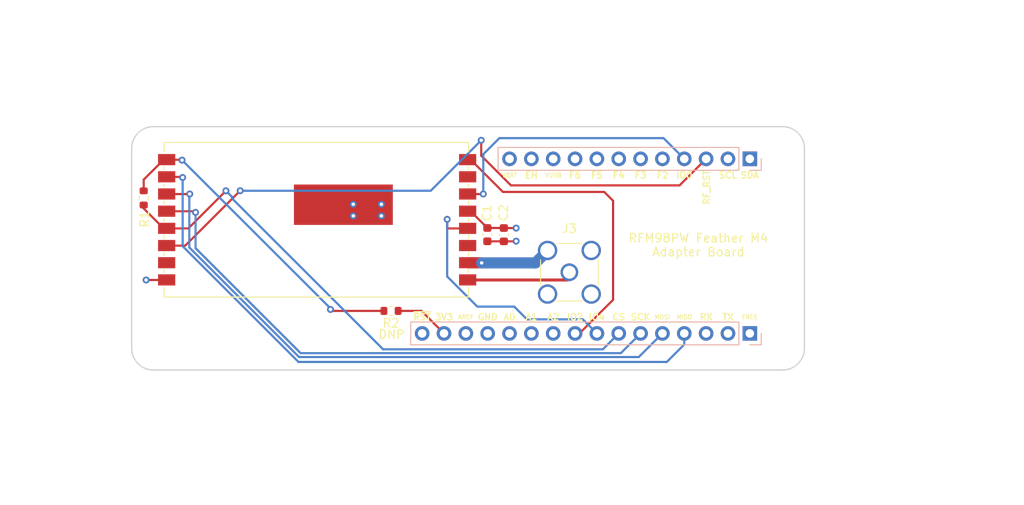
<source format=kicad_pcb>
(kicad_pcb (version 20240108) (generator "pcbnew") (generator_version "8.0")
  (layers (0 "F.Cu" signal) (1 "In1.Cu" signal) (2 "In2.Cu" signal) (31 "B.Cu" signal) (34 "B.Paste" user) (35 "F.Paste" user) (36 "B.SilkS" user "B.Silkscreen") (37 "F.SilkS" user "F.Silkscreen") (38 "B.Mask" user) (39 "F.Mask" user) (44 "Edge.Cuts" user))
  (net 0 "")
  (net 1 "/FREE")
  (net 2 "/TX")
  (net 3 "/RX")
  (net 4 "/MISO")
  (net 5 "/MOSI")
  (net 6 "/SCK")
  (net 7 "/A2")
  (net 8 "/A1")
  (net 9 "/A0")
  (net 10 "GND")
  (net 11 "/AREF")
  (net 12 "/~{RST}")
  (net 13 "/SDA")
  (net 14 "/SCL")
  (net 15 "/CS")
  (net 16 "/RF_RST")
  (net 17 "/F4")
  (net 18 "/F5")
  (net 19 "/F6")
  (net 20 "/VUSB")
  (net 21 "/EN")
  (net 22 "/VBAT")
  (net 23 "/RF_IO0")
  (net 24 "/RF_IO4")
  (net 25 "3.3V")
  (net 26 "/RF1_ANT")
  (net 27 "+3V3")
  (net 28 "/RF_IO2")
  (net 29 "/F2")
  (net 30 "/F3")
  (footprint "Resistor_SMD:R_0603_1608Metric" (layer "F.Cu") (at 46.96 50.46 -90)
    (property "Reference" "R1" (at 2.47 -0.1 90) (layer "F.SilkS"))
    (property "Value" "10k")
    (fp_line (start -0.237258 0.5225) (end 0.237258 0.5225) (stroke (width 0.12)) (layer "F.SilkS"))
    (fp_line (start -0.237258 -0.5225) (end 0.237258 -0.5225) (stroke (width 0.12)) (layer "F.SilkS"))
    (pad "1" smd roundrect (at -0.825 0 270) (size 0.8 0.95) (layers "F.Cu" "F.Paste" "F.Mask") (net 25 "3.3V"))
    (pad "2" smd roundrect (at 0.825 0 270) (size 0.8 0.95) (layers "F.Cu" "F.Paste" "F.Mask") (net 15 "/CS"))
  )
  (footprint "Capacitor_SMD:C_0603_1608Metric" (layer "F.Cu") (at 86.92 54.73 90)
    (property "Reference" "C1" (at 2.53 -0.05 90) (layer "F.SilkS"))
    (property "Value" "0.1uF")
    (fp_line (start -0.14058 -0.51) (end 0.14058 -0.51) (stroke (width 0.12)) (layer "F.SilkS"))
    (fp_line (start -0.14058 0.51) (end 0.14058 0.51) (stroke (width 0.12)) (layer "F.SilkS"))
    (pad "1" smd roundrect (at -0.775 0 90) (size 0.9 0.95) (layers "F.Cu" "F.Paste" "F.Mask") (net 10 "GND"))
    (pad "2" smd roundrect (at 0.775 0 90) (size 0.9 0.95) (layers "F.Cu" "F.Paste" "F.Mask") (net 20 "/VUSB"))
  )
  (footprint "Capacitor_SMD:C_0603_1608Metric" (layer "F.Cu") (at 88.84 54.74 90)
    (property "Reference" "C2" (at 2.55 -0.03 90) (layer "F.SilkS"))
    (property "Value" "10uF")
    (fp_line (start -0.14058 -0.51) (end 0.14058 -0.51) (stroke (width 0.12)) (layer "F.SilkS"))
    (fp_line (start -0.14058 0.51) (end 0.14058 0.51) (stroke (width 0.12)) (layer "F.SilkS"))
    (pad "1" smd roundrect (at -0.775 0 90) (size 0.9 0.95) (layers "F.Cu" "F.Paste" "F.Mask") (net 10 "GND"))
    (pad "2" smd roundrect (at 0.775 0 90) (size 0.9 0.95) (layers "F.Cu" "F.Paste" "F.Mask") (net 20 "/VUSB"))
  )
  (footprint "Resistor_SMD:R_0603_1608Metric" (layer "F.Cu") (at 75.72 63.61 180)
    (property "Reference" "R2" (at 0 -1.43 0) (layer "F.SilkS"))
    (property "Value" "0")
    (fp_line (start -0.237258 0.5225) (end 0.237258 0.5225) (stroke (width 0.12)) (layer "F.SilkS"))
    (fp_line (start -0.237258 -0.5225) (end 0.237258 -0.5225) (stroke (width 0.12)) (layer "F.SilkS"))
    (pad "1" smd roundrect (at -0.825 0 180) (size 0.8 0.95) (layers "F.Cu" "F.Paste" "F.Mask") (net 27 "+3V3"))
    (pad "2" smd roundrect (at 0.825 0 180) (size 0.8 0.95) (layers "F.Cu" "F.Paste" "F.Mask") (net 25 "3.3V"))
  )
  (footprint "ssi_IC:RFM98PW" (layer "F.Cu") (at 67.03 53)
    (property "Reference" "U1" (hide yes))
    (property "Value" "RFM98PW" (hide yes))
    (fp_line (start -17.7 -9) (end 17.7 -9) (stroke (width 0.127)) (layer "F.SilkS"))
    (fp_line (start -17.7 -7.9) (end -17.7 -9) (stroke (width 0.127)) (layer "F.SilkS"))
    (fp_line (start -17.7 -5.8) (end -17.7 -6.2) (stroke (width 0.127)) (layer "F.SilkS"))
    (fp_line (start -17.7 -3.8) (end -17.7 -4.2) (stroke (width 0.127)) (layer "F.SilkS"))
    (fp_line (start -17.7 -1.8) (end -17.7 -2.2) (stroke (width 0.127)) (layer "F.SilkS"))
    (fp_line (start -17.7 0.2) (end -17.7 -0.2) (stroke (width 0.127)) (layer "F.SilkS"))
    (fp_line (start -17.7 2.2) (end -17.7 1.8) (stroke (width 0.127)) (layer "F.SilkS"))
    (fp_line (start -17.7 4.2) (end -17.7 3.8) (stroke (width 0.127)) (layer "F.SilkS"))
    (fp_line (start -17.7 6.2) (end -17.7 5.8) (stroke (width 0.127)) (layer "F.SilkS"))
    (fp_line (start -17.7 9) (end -17.7 7.9) (stroke (width 0.127)) (layer "F.SilkS"))
    (fp_line (start -17.7 9) (end 17.7 9) (stroke (width 0.127)) (layer "F.SilkS"))
    (fp_line (start 17.7 -7.9) (end 17.7 -9) (stroke (width 0.127)) (layer "F.SilkS"))
    (fp_line (start 17.7 -5.8) (end 17.7 -6.2) (stroke (width 0.127)) (layer "F.SilkS"))
    (fp_line (start 17.7 -3.8) (end 17.7 -4.2) (stroke (width 0.127)) (layer "F.SilkS"))
    (fp_line (start 17.7 -1.8) (end 17.7 -2.2) (stroke (width 0.127)) (layer "F.SilkS"))
    (fp_line (start 17.7 0.2) (end 17.7 -0.2) (stroke (width 0.127)) (layer "F.SilkS"))
    (fp_line (start 17.7 2.2) (end 17.7 1.8) (stroke (width 0.127)) (layer "F.SilkS"))
    (fp_line (start 17.7 4.2) (end 17.7 3.8) (stroke (width 0.127)) (layer "F.SilkS"))
    (fp_line (start 17.7 6.2) (end 17.7 5.8) (stroke (width 0.127)) (layer "F.SilkS"))
    (fp_line (start 17.7 9) (end 17.7 7.9) (stroke (width 0.127)) (layer "F.SilkS"))
    (pad "1" smd rect (at 17.6 7) (size 2 1.3) (layers "F.Cu" "F.Paste" "F.Mask") (net 26 "/RF1_ANT"))
    (pad "2" smd rect (at 17.6 5) (size 2 1.3) (layers "F.Cu" "F.Paste" "F.Mask") (net 10 "GND"))
    (pad "3" smd rect (at 17.6 3) (size 2 1.3) (layers "F.Cu" "F.Paste" "F.Mask"))
    (pad "4" smd rect (at 17.6 1) (size 2 1.3) (layers "F.Cu" "F.Paste" "F.Mask") (net 24 "/RF_IO4"))
    (pad "5" smd rect (at 17.6 -1) (size 2 1.3) (layers "F.Cu" "F.Paste" "F.Mask") (net 20 "/VUSB"))
    (pad "6" smd rect (at 17.6 -3) (size 2 1.3) (layers "F.Cu" "F.Paste" "F.Mask") (net 23 "/RF_IO0"))
    (pad "7" smd rect (at 17.6 -5) (size 2 1.3) (layers "F.Cu" "F.Paste" "F.Mask"))
    (pad "8" smd rect (at 17.6 -7) (size 2 1.3) (layers "F.Cu" "F.Paste" "F.Mask") (net 28 "/RF_IO2"))
    (pad "9" smd rect (at -17.4 -7) (size 2 1.3) (layers "F.Cu" "F.Paste" "F.Mask") (net 25 "3.3V"))
    (pad "10" smd rect (at -17.4 -5) (size 2 1.3) (layers "F.Cu" "F.Paste" "F.Mask") (net 4 "/MISO"))
    (pad "11" smd rect (at -17.4 -3) (size 2 1.3) (layers "F.Cu" "F.Paste" "F.Mask") (net 5 "/MOSI"))
    (pad "12" smd rect (at -17.4 -1) (size 2 1.3) (layers "F.Cu" "F.Paste" "F.Mask") (net 6 "/SCK"))
    (pad "13" smd rect (at -17.4 1) (size 2 1.3) (layers "F.Cu" "F.Paste" "F.Mask") (net 15 "/CS"))
    (pad "14" smd rect (at -17.4 3) (size 2 1.3) (layers "F.Cu" "F.Paste" "F.Mask") (net 16 "/RF_RST"))
    (pad "15" smd rect (at -17.4 5) (size 2 1.3) (layers "F.Cu" "F.Paste" "F.Mask"))
    (pad "16" smd rect (at -17.4 7) (size 2 1.3) (layers "F.Cu" "F.Paste" "F.Mask") (net 10 "GND"))
    (pad "17" smd rect (at 3.15 -1.75) (size 11.5 4.7) (layers "F.Cu" "F.Paste" "F.Mask") (net 10 "GND"))
  )
  (footprint "ssi_connector:SMA_Amphenol_901-144_horizontal" (layer "F.Cu") (at 96.46 59.11)
    (property "Reference" "J3" (at 0 -5.08 0) (layer "F.SilkS"))
    (property "Value" "Amphenol_901-144")
    (fp_line (start -3.355 -1.45) (end -3.355 1.45) (stroke (width 0.12)) (layer "F.SilkS"))
    (fp_line (start -1.45 -3.355) (end 1.45 -3.355) (stroke (width 0.12)) (layer "F.SilkS"))
    (fp_line (start -1.45 3.355) (end 1.45 3.355) (stroke (width 0.12)) (layer "F.SilkS"))
    (fp_line (start 3.355 -1.45) (end 3.355 1.45) (stroke (width 0.12)) (layer "F.SilkS"))
    (pad "1" thru_hole circle (at 0 0) (size 2.05 2.05) (drill 1.5) (layers "*.Cu" "*.Mask") (net 26 "/RF1_ANT"))
    (pad "2" thru_hole circle (at -2.54 -2.54) (size 2.25 2.25) (drill 1.7) (layers "*.Cu" "*.Mask") (net 10 "GND"))
    (pad "2" thru_hole circle (at -2.54 2.54) (size 2.25 2.25) (drill 1.7) (layers "*.Cu" "*.Mask") (net 10 "GND"))
    (pad "2" thru_hole circle (at 2.54 -2.54) (size 2.25 2.25) (drill 1.7) (layers "*.Cu" "*.Mask") (net 10 "GND"))
    (pad "2" thru_hole circle (at 2.54 2.54) (size 2.25 2.25) (drill 1.7) (layers "*.Cu" "*.Mask") (net 10 "GND"))
  )
  (footprint "Connector_PinHeader_2.54mm:PinHeader_1x16_P2.54mm_Vertical" (layer "B.Cu") (at 117.44 66.23 90)
    (property "Reference" "J1" (hide yes))
    (property "Value" "feather long" (hide yes))
    (fp_line (start 1.33 -39.43) (end -1.33 -39.43) (stroke (width 0.12)) (layer "B.SilkS"))
    (fp_line (start 1.33 -39.43) (end 1.33 -1.27) (stroke (width 0.12)) (layer "B.SilkS"))
    (fp_line (start -1.33 -39.43) (end -1.33 -1.27) (stroke (width 0.12)) (layer "B.SilkS"))
    (fp_line (start 1.33 -1.27) (end -1.33 -1.27) (stroke (width 0.12)) (layer "B.SilkS"))
    (fp_line (start 0 1.33) (end -1.33 1.33) (stroke (width 0.12)) (layer "B.SilkS"))
    (fp_line (start -1.33 1.33) (end -1.33 0) (stroke (width 0.12)) (layer "B.SilkS"))
    (pad "1" thru_hole rect (at 0 0 90) (size 1.7 1.7) (drill 1) (layers "*.Cu" "*.Mask") (net 1 "/FREE"))
    (pad "2" thru_hole oval (at 0 -2.54 90) (size 1.7 1.7) (drill 1) (layers "*.Cu" "*.Mask") (net 2 "/TX"))
    (pad "3" thru_hole oval (at 0 -5.08 90) (size 1.7 1.7) (drill 1) (layers "*.Cu" "*.Mask") (net 3 "/RX"))
    (pad "4" thru_hole oval (at 0 -7.62 90) (size 1.7 1.7) (drill 1) (layers "*.Cu" "*.Mask") (net 4 "/MISO"))
    (pad "5" thru_hole oval (at 0 -10.16 90) (size 1.7 1.7) (drill 1) (layers "*.Cu" "*.Mask") (net 5 "/MOSI"))
    (pad "6" thru_hole oval (at 0 -12.7 90) (size 1.7 1.7) (drill 1) (layers "*.Cu" "*.Mask") (net 6 "/SCK"))
    (pad "7" thru_hole oval (at 0 -15.24 90) (size 1.7 1.7) (drill 1) (layers "*.Cu" "*.Mask") (net 15 "/CS"))
    (pad "8" thru_hole oval (at 0 -17.78 90) (size 1.7 1.7) (drill 1) (layers "*.Cu" "*.Mask") (net 24 "/RF_IO4"))
    (pad "9" thru_hole oval (at 0 -20.32 90) (size 1.7 1.7) (drill 1) (layers "*.Cu" "*.Mask") (net 28 "/RF_IO2"))
    (pad "10" thru_hole oval (at 0 -22.86 90) (size 1.7 1.7) (drill 1) (layers "*.Cu" "*.Mask") (net 7 "/A2"))
    (pad "11" thru_hole oval (at 0 -25.4 90) (size 1.7 1.7) (drill 1) (layers "*.Cu" "*.Mask") (net 8 "/A1"))
    (pad "12" thru_hole oval (at 0 -27.94 90) (size 1.7 1.7) (drill 1) (layers "*.Cu" "*.Mask") (net 9 "/A0"))
    (pad "13" thru_hole oval (at 0 -30.48 90) (size 1.7 1.7) (drill 1) (layers "*.Cu" "*.Mask") (net 10 "GND"))
    (pad "14" thru_hole oval (at 0 -33.02 90) (size 1.7 1.7) (drill 1) (layers "*.Cu" "*.Mask") (net 11 "/AREF"))
    (pad "15" thru_hole oval (at 0 -35.56 90) (size 1.7 1.7) (drill 1) (layers "*.Cu" "*.Mask") (net 27 "+3V3"))
    (pad "16" thru_hole oval (at 0 -38.1 90) (size 1.7 1.7) (drill 1) (layers "*.Cu" "*.Mask") (net 12 "/~{RST}"))
  )
  (footprint "Connector_PinHeader_2.54mm:PinHeader_1x12_P2.54mm_Vertical" (layer "B.Cu") (at 117.44 45.91 90)
    (property "Reference" "J2" (hide yes))
    (property "Value" "feather short" (hide yes))
    (fp_line (start 1.33 -29.27) (end -1.33 -29.27) (stroke (width 0.12)) (layer "B.SilkS"))
    (fp_line (start 1.33 -29.27) (end 1.33 -1.27) (stroke (width 0.12)) (layer "B.SilkS"))
    (fp_line (start -1.33 -29.27) (end -1.33 -1.27) (stroke (width 0.12)) (layer "B.SilkS"))
    (fp_line (start 1.33 -1.27) (end -1.33 -1.27) (stroke (width 0.12)) (layer "B.SilkS"))
    (fp_line (start 0 1.33) (end -1.33 1.33) (stroke (width 0.12)) (layer "B.SilkS"))
    (fp_line (start -1.33 1.33) (end -1.33 0) (stroke (width 0.12)) (layer "B.SilkS"))
    (pad "1" thru_hole rect (at 0 0 90) (size 1.7 1.7) (drill 1) (layers "*.Cu" "*.Mask") (net 13 "/SDA"))
    (pad "2" thru_hole oval (at 0 -2.54 90) (size 1.7 1.7) (drill 1) (layers "*.Cu" "*.Mask") (net 14 "/SCL"))
    (pad "3" thru_hole oval (at 0 -5.08 90) (size 1.7 1.7) (drill 1) (layers "*.Cu" "*.Mask") (net 16 "/RF_RST"))
    (pad "4" thru_hole oval (at 0 -7.62 90) (size 1.7 1.7) (drill 1) (layers "*.Cu" "*.Mask") (net 23 "/RF_IO0"))
    (pad "5" thru_hole oval (at 0 -10.16 90) (size 1.7 1.7) (drill 1) (layers "*.Cu" "*.Mask") (net 29 "/F2"))
    (pad "6" thru_hole oval (at 0 -12.7 90) (size 1.7 1.7) (drill 1) (layers "*.Cu" "*.Mask") (net 30 "/F3"))
    (pad "7" thru_hole oval (at 0 -15.24 90) (size 1.7 1.7) (drill 1) (layers "*.Cu" "*.Mask") (net 17 "/F4"))
    (pad "8" thru_hole oval (at 0 -17.78 90) (size 1.7 1.7) (drill 1) (layers "*.Cu" "*.Mask") (net 18 "/F5"))
    (pad "9" thru_hole oval (at 0 -20.32 90) (size 1.7 1.7) (drill 1) (layers "*.Cu" "*.Mask") (net 19 "/F6"))
    (pad "10" thru_hole oval (at 0 -22.86 90) (size 1.7 1.7) (drill 1) (layers "*.Cu" "*.Mask") (net 20 "/VUSB"))
    (pad "11" thru_hole oval (at 0 -25.4 90) (size 1.7 1.7) (drill 1) (layers "*.Cu" "*.Mask") (net 21 "/EN"))
    (pad "12" thru_hole oval (at 0 -27.94 90) (size 1.7 1.7) (drill 1) (layers "*.Cu" "*.Mask") (net 22 "/VBAT"))
  )
  (gr_line (start 45.56 67.95) (end 45.56 44.7) (stroke (width 0.15)) (layer "Edge.Cuts"))
  (gr_arc (start 48.1 70.49) (mid 46.303945 69.74604) (end 45.56 67.95) (stroke (width 0.15)) (layer "Edge.Cuts"))
  (gr_arc (start 121.25 42.16) (mid 123.050995 42.907234) (end 123.793949 44.71) (stroke (width 0.15)) (layer "Edge.Cuts"))
  (gr_line (start 48.1 42.16) (end 121.25 42.16) (stroke (width 0.15)) (layer "Edge.Cuts"))
  (gr_line (start 48.1 70.49) (end 121.253949 70.49) (stroke (width 0.15)) (layer "Edge.Cuts"))
  (gr_arc (start 123.793949 67.95) (mid 123.049983 69.74602) (end 121.253949 70.49) (stroke (width 0.15)) (layer "Edge.Cuts"))
  (gr_line (start 123.793949 67.95) (end 123.793949 44.71) (stroke (width 0.15)) (layer "Edge.Cuts"))
  (gr_arc (start 45.56 44.7) (mid 46.303949 42.903949) (end 48.1 42.16) (stroke (width 0.15)) (layer "Edge.Cuts"))
  (gr_text "3V3" (at 81.88 64.325 0) (layer "F.SilkS") (effects (font (size 0.75 0.75))))
  (gr_text "AREF" (at 84.42 64.325 0) (layer "F.SilkS") (effects (font (size 0.5 0.5) (thickness 0.1))))
  (gr_text "GND" (at 86.96 64.325 0) (layer "F.SilkS") (effects (font (size 0.75 0.75))))
  (gr_text "A0" (at 89.5 64.325 0) (layer "F.SilkS") (effects (font (size 0.75 0.75))))
  (gr_text "A1" (at 92.04 64.325 0) (layer "F.SilkS") (effects (font (size 0.75 0.75))))
  (gr_text "A2" (at 94.58 64.325 0) (layer "F.SilkS") (effects (font (size 0.75 0.75))))
  (gr_text "IO2" (at 97.12 64.325 0) (layer "F.SilkS") (effects (font (size 0.75 0.75))))
  (gr_text "IO4" (at 99.66 64.325 0) (layer "F.SilkS") (effects (font (size 0.75 0.75))))
  (gr_text "CS" (at 102.2 64.325 0) (layer "F.SilkS") (effects (font (size 0.75 0.75))))
  (gr_text "SCK" (at 104.74 64.325 0) (layer "F.SilkS") (effects (font (size 0.75 0.75))))
  (gr_text "MOSI" (at 107.28 64.325 0) (layer "F.SilkS") (effects (font (size 0.5 0.5) (thickness 0.1))))
  (gr_text "MISO" (at 109.82 64.325 0) (layer "F.SilkS") (effects (font (size 0.5 0.5) (thickness 0.1))))
  (gr_text "RX" (at 112.36 64.325 0) (layer "F.SilkS") (effects (font (size 0.75 0.75))))
  (gr_text "TX" (at 114.9 64.325 0) (layer "F.SilkS") (effects (font (size 0.75 0.75))))
  (gr_text "FREE" (at 117.44 64.325 0) (layer "F.SilkS") (effects (font (size 0.5 0.5) (thickness 0.1))))
  (gr_text "SDA" (at 117.44 47.815 0) (layer "F.SilkS") (effects (font (size 0.75 0.75))))
  (gr_text "SCL" (at 114.9 47.815 0) (layer "F.SilkS") (effects (font (size 0.75 0.75))))
  (gr_text "RF_RST" (at 112.41 49.22 90) (layer "F.SilkS") (effects (font (size 0.75 0.75))))
  (gr_text "IO0" (at 109.82 47.815 0) (layer "F.SilkS") (effects (font (size 0.75 0.75))))
  (gr_text "F2" (at 107.28 47.815 0) (layer "F.SilkS") (effects (font (size 0.75 0.75))))
  (gr_text "F3" (at 104.74 47.815 0) (layer "F.SilkS") (effects (font (size 0.75 0.75))))
  (gr_text "F4" (at 102.2 47.815 0) (layer "F.SilkS") (effects (font (size 0.75 0.75))))
  (gr_text "F5" (at 99.66 47.815 0) (layer "F.SilkS") (effects (font (size 0.75 0.75))))
  (gr_text "F6" (at 97.12 47.815 0) (layer "F.SilkS") (effects (font (size 0.75 0.75))))
  (gr_text "EN" (at 92.04 47.815 0) (layer "F.SilkS") (effects (font (size 0.75 0.75))))
  (gr_text "VBAT" (at 89.5 47.815 0) (layer "F.SilkS") (effects (font (size 0.5 0.5) (thickness 0.1))))
  (gr_text "VUSB" (at 94.58 47.815 0) (layer "F.SilkS") (effects (font (size 0.5 0.5) (thickness 0.1))))
  (gr_text "DNP" (at 75.78 66.34 0) (layer "F.SilkS") (effects (font (size 1 1))))
  (gr_text "RFM98PW Feather M4\nAdapter Board" (at 111.46 55.94 0) (layer "F.SilkS") (effects (font (size 1 1))))
  (gr_text "~{RST}" (at 79.34 64.325 0) (layer "F.SilkS") (effects (font (size 0.75 0.75))))
  (segment (start 49.63 48.01) (end 51.42 48.01) (width 0.25) (layer "F.Cu") (net 4))
  (segment (start 51.42 48.01) (end 51.49 48.08) (width 0.25) (layer "F.Cu") (net 4))
  (via (at 51.49 48.08) (size 0.8) (drill 0.4) (layers "F.Cu" "B.Cu") (net 4))
  (segment (start 109.82 67.52) (end 109.82 66.23) (width 0.25) (layer "B.Cu") (net 4))
  (segment (start 64.957208 69.55) (end 107.79 69.55) (width 0.25) (layer "B.Cu") (net 4))
  (segment (start 51.49 56.082792) (end 64.957208 69.55) (width 0.25) (layer "B.Cu") (net 4))
  (segment (start 51.49 48.08) (end 51.49 56.082792) (width 0.25) (layer "B.Cu") (net 4))
  (segment (start 107.79 69.55) (end 109.82 67.52) (width 0.25) (layer "B.Cu") (net 4))
  (segment (start 52.3 50.01) (end 52.31 50) (width 0.25) (layer "F.Cu") (net 5))
  (segment (start 49.63 50.01) (end 52.3 50.01) (width 0.25) (layer "F.Cu") (net 5))
  (via (at 52.31 50) (size 0.8) (drill 0.4) (layers "F.Cu" "B.Cu") (net 5))
  (segment (start 52.265 56.221396) (end 65.023604 68.98) (width 0.25) (layer "B.Cu") (net 5))
  (segment (start 104.53 68.98) (end 107.28 66.23) (width 0.25) (layer "B.Cu") (net 5))
  (segment (start 52.265 50.045) (end 52.265 56.221396) (width 0.25) (layer "B.Cu") (net 5))
  (segment (start 52.31 50) (end 52.265 50.045) (width 0.25) (layer "B.Cu") (net 5))
  (segment (start 65.023604 68.98) (end 104.53 68.98) (width 0.25) (layer "B.Cu") (net 5))
  (segment (start 52.86 52.01) (end 49.63 52.01) (width 0.25) (layer "F.Cu") (net 6))
  (segment (start 52.99 52.14) (end 52.86 52.01) (width 0.25) (layer "F.Cu") (net 6))
  (via (at 52.99 52.14) (size 0.8) (drill 0.4) (layers "F.Cu" "B.Cu") (net 6))
  (segment (start 52.99 52.14) (end 52.99 56.31) (width 0.25) (layer "B.Cu") (net 6))
  (segment (start 102.44 68.53) (end 104.74 66.23) (width 0.25) (layer "B.Cu") (net 6))
  (segment (start 65.21 68.53) (end 102.44 68.53) (width 0.25) (layer "B.Cu") (net 6))
  (segment (start 52.99 56.31) (end 65.21 68.53) (width 0.25) (layer "B.Cu") (net 6))
  (segment (start 86.25 58.01) (end 86.26 58.02) (width 0.25) (layer "F.Cu") (net 10))
  (segment (start 84.63 58.01) (end 86.25 58.01) (width 1.3) (layer "F.Cu") (net 10))
  (segment (start 90.245 55.515) (end 90.27 55.49) (width 0.25) (layer "F.Cu") (net 10))
  (segment (start 88.84 55.515) (end 86.93 55.515) (width 0.25) (layer "F.Cu") (net 10))
  (segment (start 49.63 60.01) (end 47.24 60.01) (width 0.25) (layer "F.Cu") (net 10))
  (segment (start 88.84 55.515) (end 90.245 55.515) (width 0.25) (layer "F.Cu") (net 10))
  (segment (start 84.98 58.01) (end 84.63 58.01) (width 0.25) (layer "F.Cu") (net 10))
  (segment (start 86.93 55.515) (end 86.92 55.505) (width 0.25) (layer "F.Cu") (net 10))
  (via (at 74.6 51.2) (size 0.8) (drill 0.4) (layers "F.Cu" "B.Cu") (net 10))
  (via (at 90.27 55.49) (size 0.8) (drill 0.4) (layers "F.Cu" "B.Cu") (net 10))
  (via (at 86.26 58.02) (size 0.8) (drill 0.4) (layers "F.Cu" "B.Cu") (net 10))
  (via (at 47.24 60.01) (size 0.8) (drill 0.4) (layers "F.Cu" "B.Cu") (net 10))
  (via (at 71.33 51.2) (size 0.8) (drill 0.4) (layers "F.Cu" "B.Cu") (net 10))
  (via (at 74.6 52.55) (size 0.8) (drill 0.4) (layers "F.Cu" "B.Cu") (net 10))
  (via (at 71.33 52.55) (size 0.8) (drill 0.4) (layers "F.Cu" "B.Cu") (net 10))
  (segment (start 86.26 58.02) (end 92.5175 58.02) (width 1.3) (layer "B.Cu") (net 10))
  (segment (start 92.5175 58.02) (end 93.92 56.6175) (width 1.3) (layer "B.Cu") (net 10))
  (segment (start 52.145305 54.01) (end 56.52 49.635305) (width 0.25) (layer "F.Cu") (net 15))
  (segment (start 46.96 51.69) (end 46.96 51.285) (width 0.25) (layer "F.Cu") (net 15))
  (segment (start 56.52 49.635305) (end 56.52 49.63) (width 0.25) (layer "F.Cu") (net 15))
  (segment (start 49.63 54.01) (end 52.145305 54.01) (width 0.25) (layer "F.Cu") (net 15))
  (segment (start 49.63 54.01) (end 49.28 54.01) (width 0.25) (layer "F.Cu") (net 15))
  (segment (start 49.28 54.01) (end 46.96 51.69) (width 0.25) (layer "F.Cu") (net 15))
  (via (at 56.52 49.63) (size 0.8) (drill 0.4) (layers "F.Cu" "B.Cu") (net 15))
  (segment (start 56.52 49.63) (end 57.235 50.345) (width 0.25) (layer "B.Cu") (net 15))
  (segment (start 100.35 68.08) (end 102.2 66.23) (width 0.25) (layer "B.Cu") (net 15))
  (segment (start 74.8 68.08) (end 100.35 68.08) (width 0.25) (layer "B.Cu") (net 15))
  (segment (start 57.235 50.345) (end 57.235 50.515) (width 0.25) (layer "B.Cu") (net 15))
  (segment (start 57.235 50.515) (end 74.8 68.08) (width 0.25) (layer "B.Cu") (net 15))
  (segment (start 51.79 56.01) (end 58.18 49.62) (width 0.25) (layer "F.Cu") (net 16))
  (segment (start 86.21 45.54) (end 89.67 49) (width 0.25) (layer "F.Cu") (net 16))
  (segment (start 89.67 49) (end 109.27 49) (width 0.25) (layer "F.Cu") (net 16))
  (segment (start 109.27 49) (end 112.36 45.91) (width 0.25) (layer "F.Cu") (net 16))
  (segment (start 86.21 43.75) (end 86.21 45.54) (width 0.25) (layer "F.Cu") (net 16))
  (segment (start 49.63 56.01) (end 51.79 56.01) (width 0.25) (layer "F.Cu") (net 16))
  (via (at 58.18 49.62) (size 0.8) (drill 0.4) (layers "F.Cu" "B.Cu") (net 16))
  (via (at 86.21 43.75) (size 0.8) (drill 0.4) (layers "F.Cu" "B.Cu") (net 16))
  (segment (start 80.34 49.62) (end 86.21 43.75) (width 0.25) (layer "B.Cu") (net 16))
  (segment (start 58.18 49.62) (end 80.34 49.62) (width 0.25) (layer "B.Cu") (net 16))
  (segment (start 88.83 53.955) (end 88.84 53.965) (width 0.25) (layer "F.Cu") (net 20))
  (segment (start 90.265 53.965) (end 90.27 53.97) (width 0.25) (layer "F.Cu") (net 20))
  (segment (start 84.63 52.01) (end 84.975 52.01) (width 0.25) (layer "F.Cu") (net 20))
  (segment (start 84.975 52.01) (end 86.92 53.955) (width 0.25) (layer "F.Cu") (net 20))
  (segment (start 86.92 53.955) (end 88.83 53.955) (width 0.25) (layer "F.Cu") (net 20))
  (segment (start 86.93 53.965) (end 86.92 53.955) (width 0.25) (layer "F.Cu") (net 20))
  (segment (start 88.84 53.965) (end 90.265 53.965) (width 0.25) (layer "F.Cu") (net 20))
  (via (at 90.27 53.97) (size 0.8) (drill 0.4) (layers "F.Cu" "B.Cu") (net 20))
  (segment (start 84.63 50.01) (end 86.44 50.01) (width 0.25) (layer "F.Cu") (net 23))
  (segment (start 86.44 50.01) (end 86.45 50) (width 0.25) (layer "F.Cu") (net 23))
  (via (at 86.45 50) (size 0.8) (drill 0.4) (layers "F.Cu" "B.Cu") (net 23))
  (segment (start 107.41 43.5) (end 109.82 45.91) (width 0.25) (layer "B.Cu") (net 23))
  (segment (start 88.32 43.5) (end 107.41 43.5) (width 0.25) (layer "B.Cu") (net 23))
  (segment (start 86.45 50) (end 86.45 45.37) (width 0.25) (layer "B.Cu") (net 23))
  (segment (start 86.45 45.37) (end 88.32 43.5) (width 0.25) (layer "B.Cu") (net 23))
  (segment (start 84.63 54.01) (end 82.28 54.01) (width 0.25) (layer "F.Cu") (net 24))
  (segment (start 82.25 53.98) (end 82.25 52.95) (width 0.25) (layer "F.Cu") (net 24))
  (segment (start 82.28 54.01) (end 82.25 53.98) (width 0.25) (layer "F.Cu") (net 24))
  (via (at 82.25 52.95) (size 0.8) (drill 0.4) (layers "F.Cu" "B.Cu") (net 24))
  (segment (start 98.023557 64.593557) (end 99.66 66.23) (width 0.25) (layer "B.Cu") (net 24))
  (segment (start 85.76 63.11) (end 90.05 63.11) (width 0.25) (layer "B.Cu") (net 24))
  (segment (start 90.05 63.11) (end 91.533557 64.593557) (width 0.25) (layer "B.Cu") (net 24))
  (segment (start 82.25 59.6) (end 85.76 63.11) (width 0.25) (layer "B.Cu") (net 24))
  (segment (start 91.533557 64.593557) (end 98.023557 64.593557) (width 0.25) (layer "B.Cu") (net 24))
  (segment (start 82.25 52.95) (end 82.25 59.6) (width 0.25) (layer "B.Cu") (net 24))
  (segment (start 49.28 46.01) (end 46.96 48.33) (width 0.25) (layer "F.Cu") (net 25))
  (segment (start 74.895 63.61) (end 68.85 63.61) (width 0.25) (layer "F.Cu") (net 25))
  (segment (start 49.63 46.01) (end 51.37 46.01) (width 0.25) (layer "F.Cu") (net 25))
  (segment (start 46.96 48.33) (end 46.96 49.635) (width 0.25) (layer "F.Cu") (net 25))
  (segment (start 51.37 46.01) (end 51.42 46.06) (width 0.25) (layer "F.Cu") (net 25))
  (segment (start 68.85 63.61) (end 68.68 63.44) (width 0.25) (layer "F.Cu") (net 25))
  (segment (start 49.63 46.01) (end 49.28 46.01) (width 0.25) (layer "F.Cu") (net 25))
  (via (at 68.68 63.44) (size 0.8) (drill 0.4) (layers "F.Cu" "B.Cu") (net 25))
  (via (at 51.42 46.06) (size 0.8) (drill 0.4) (layers "F.Cu" "B.Cu") (net 25))
  (segment (start 51.42 46.06) (end 68.68 63.32) (width 0.25) (layer "B.Cu") (net 25))
  (segment (start 68.68 63.32) (end 68.68 63.44) (width 0.25) (layer "B.Cu") (net 25))
  (segment (start 84.63 60.01) (end 96.2925 60.01) (width 0.3493) (layer "F.Cu") (net 26))
  (segment (start 79.26 63.61) (end 76.545 63.61) (width 0.25) (layer "F.Cu") (net 27))
  (segment (start 81.88 66.23) (end 79.26 63.61) (width 0.25) (layer "F.Cu") (net 27))
  (segment (start 101.54 62.32) (end 97.63 66.23) (width 0.25) (layer "F.Cu") (net 28))
  (segment (start 84.98 46.01) (end 88.73 49.76) (width 0.25) (layer "F.Cu") (net 28))
  (segment (start 100.51 49.76) (end 101.54 50.79) (width 0.25) (layer "F.Cu") (net 28))
  (segment (start 84.63 46.01) (end 84.98 46.01) (width 0.25) (layer "F.Cu") (net 28))
  (segment (start 97.63 66.23) (end 97.12 66.23) (width 0.25) (layer "F.Cu") (net 28))
  (segment (start 88.73 49.76) (end 100.51 49.76) (width 0.25) (layer "F.Cu") (net 28))
  (segment (start 101.54 50.79) (end 101.54 62.32) (width 0.25) (layer "F.Cu") (net 28))
)
</source>
